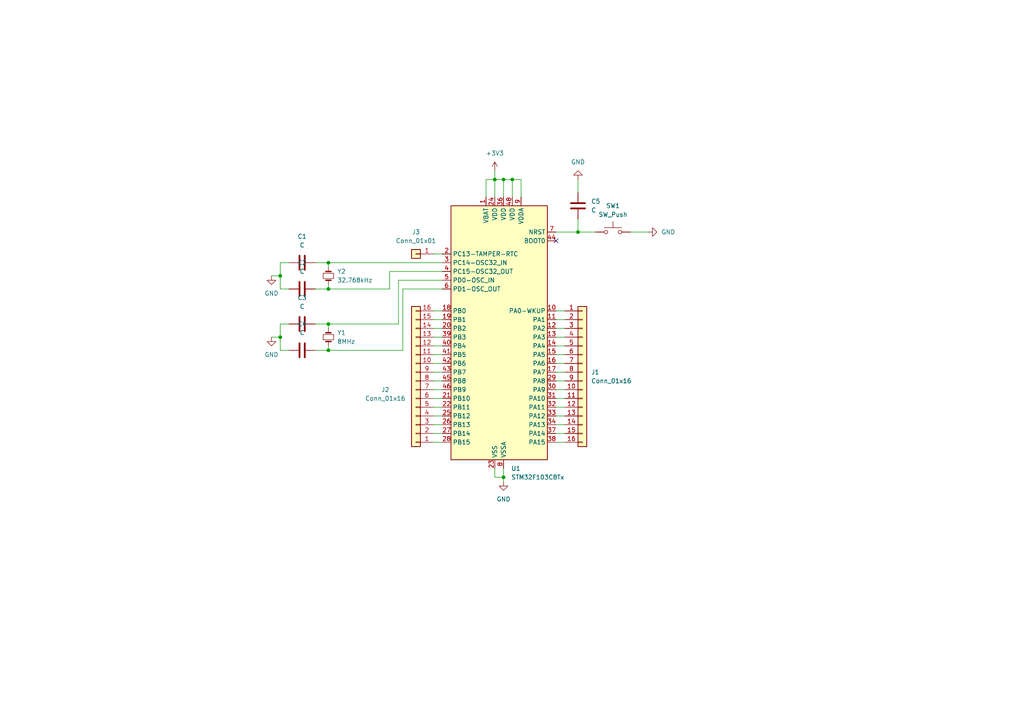
<source format=kicad_sch>
(kicad_sch (version 20230121) (generator eeschema)

  (uuid 4b79d56b-47f2-42f2-90de-ae4e96b83d40)

  (paper "A4")

  (lib_symbols
    (symbol "Connector_Generic:Conn_01x01" (pin_names (offset 1.016) hide) (in_bom yes) (on_board yes)
      (property "Reference" "J" (at 0 2.54 0)
        (effects (font (size 1.27 1.27)))
      )
      (property "Value" "Conn_01x01" (at 0 -2.54 0)
        (effects (font (size 1.27 1.27)))
      )
      (property "Footprint" "" (at 0 0 0)
        (effects (font (size 1.27 1.27)) hide)
      )
      (property "Datasheet" "~" (at 0 0 0)
        (effects (font (size 1.27 1.27)) hide)
      )
      (property "ki_keywords" "connector" (at 0 0 0)
        (effects (font (size 1.27 1.27)) hide)
      )
      (property "ki_description" "Generic connector, single row, 01x01, script generated (kicad-library-utils/schlib/autogen/connector/)" (at 0 0 0)
        (effects (font (size 1.27 1.27)) hide)
      )
      (property "ki_fp_filters" "Connector*:*_1x??_*" (at 0 0 0)
        (effects (font (size 1.27 1.27)) hide)
      )
      (symbol "Conn_01x01_1_1"
        (rectangle (start -1.27 0.127) (end 0 -0.127)
          (stroke (width 0.1524) (type default))
          (fill (type none))
        )
        (rectangle (start -1.27 1.27) (end 1.27 -1.27)
          (stroke (width 0.254) (type default))
          (fill (type background))
        )
        (pin passive line (at -5.08 0 0) (length 3.81)
          (name "Pin_1" (effects (font (size 1.27 1.27))))
          (number "1" (effects (font (size 1.27 1.27))))
        )
      )
    )
    (symbol "Connector_Generic:Conn_01x16" (pin_names (offset 1.016) hide) (in_bom yes) (on_board yes)
      (property "Reference" "J" (at 0 20.32 0)
        (effects (font (size 1.27 1.27)))
      )
      (property "Value" "Conn_01x16" (at 0 -22.86 0)
        (effects (font (size 1.27 1.27)))
      )
      (property "Footprint" "" (at 0 0 0)
        (effects (font (size 1.27 1.27)) hide)
      )
      (property "Datasheet" "~" (at 0 0 0)
        (effects (font (size 1.27 1.27)) hide)
      )
      (property "ki_keywords" "connector" (at 0 0 0)
        (effects (font (size 1.27 1.27)) hide)
      )
      (property "ki_description" "Generic connector, single row, 01x16, script generated (kicad-library-utils/schlib/autogen/connector/)" (at 0 0 0)
        (effects (font (size 1.27 1.27)) hide)
      )
      (property "ki_fp_filters" "Connector*:*_1x??_*" (at 0 0 0)
        (effects (font (size 1.27 1.27)) hide)
      )
      (symbol "Conn_01x16_1_1"
        (rectangle (start -1.27 -20.193) (end 0 -20.447)
          (stroke (width 0.1524) (type default))
          (fill (type none))
        )
        (rectangle (start -1.27 -17.653) (end 0 -17.907)
          (stroke (width 0.1524) (type default))
          (fill (type none))
        )
        (rectangle (start -1.27 -15.113) (end 0 -15.367)
          (stroke (width 0.1524) (type default))
          (fill (type none))
        )
        (rectangle (start -1.27 -12.573) (end 0 -12.827)
          (stroke (width 0.1524) (type default))
          (fill (type none))
        )
        (rectangle (start -1.27 -10.033) (end 0 -10.287)
          (stroke (width 0.1524) (type default))
          (fill (type none))
        )
        (rectangle (start -1.27 -7.493) (end 0 -7.747)
          (stroke (width 0.1524) (type default))
          (fill (type none))
        )
        (rectangle (start -1.27 -4.953) (end 0 -5.207)
          (stroke (width 0.1524) (type default))
          (fill (type none))
        )
        (rectangle (start -1.27 -2.413) (end 0 -2.667)
          (stroke (width 0.1524) (type default))
          (fill (type none))
        )
        (rectangle (start -1.27 0.127) (end 0 -0.127)
          (stroke (width 0.1524) (type default))
          (fill (type none))
        )
        (rectangle (start -1.27 2.667) (end 0 2.413)
          (stroke (width 0.1524) (type default))
          (fill (type none))
        )
        (rectangle (start -1.27 5.207) (end 0 4.953)
          (stroke (width 0.1524) (type default))
          (fill (type none))
        )
        (rectangle (start -1.27 7.747) (end 0 7.493)
          (stroke (width 0.1524) (type default))
          (fill (type none))
        )
        (rectangle (start -1.27 10.287) (end 0 10.033)
          (stroke (width 0.1524) (type default))
          (fill (type none))
        )
        (rectangle (start -1.27 12.827) (end 0 12.573)
          (stroke (width 0.1524) (type default))
          (fill (type none))
        )
        (rectangle (start -1.27 15.367) (end 0 15.113)
          (stroke (width 0.1524) (type default))
          (fill (type none))
        )
        (rectangle (start -1.27 17.907) (end 0 17.653)
          (stroke (width 0.1524) (type default))
          (fill (type none))
        )
        (rectangle (start -1.27 19.05) (end 1.27 -21.59)
          (stroke (width 0.254) (type default))
          (fill (type background))
        )
        (pin passive line (at -5.08 17.78 0) (length 3.81)
          (name "Pin_1" (effects (font (size 1.27 1.27))))
          (number "1" (effects (font (size 1.27 1.27))))
        )
        (pin passive line (at -5.08 -5.08 0) (length 3.81)
          (name "Pin_10" (effects (font (size 1.27 1.27))))
          (number "10" (effects (font (size 1.27 1.27))))
        )
        (pin passive line (at -5.08 -7.62 0) (length 3.81)
          (name "Pin_11" (effects (font (size 1.27 1.27))))
          (number "11" (effects (font (size 1.27 1.27))))
        )
        (pin passive line (at -5.08 -10.16 0) (length 3.81)
          (name "Pin_12" (effects (font (size 1.27 1.27))))
          (number "12" (effects (font (size 1.27 1.27))))
        )
        (pin passive line (at -5.08 -12.7 0) (length 3.81)
          (name "Pin_13" (effects (font (size 1.27 1.27))))
          (number "13" (effects (font (size 1.27 1.27))))
        )
        (pin passive line (at -5.08 -15.24 0) (length 3.81)
          (name "Pin_14" (effects (font (size 1.27 1.27))))
          (number "14" (effects (font (size 1.27 1.27))))
        )
        (pin passive line (at -5.08 -17.78 0) (length 3.81)
          (name "Pin_15" (effects (font (size 1.27 1.27))))
          (number "15" (effects (font (size 1.27 1.27))))
        )
        (pin passive line (at -5.08 -20.32 0) (length 3.81)
          (name "Pin_16" (effects (font (size 1.27 1.27))))
          (number "16" (effects (font (size 1.27 1.27))))
        )
        (pin passive line (at -5.08 15.24 0) (length 3.81)
          (name "Pin_2" (effects (font (size 1.27 1.27))))
          (number "2" (effects (font (size 1.27 1.27))))
        )
        (pin passive line (at -5.08 12.7 0) (length 3.81)
          (name "Pin_3" (effects (font (size 1.27 1.27))))
          (number "3" (effects (font (size 1.27 1.27))))
        )
        (pin passive line (at -5.08 10.16 0) (length 3.81)
          (name "Pin_4" (effects (font (size 1.27 1.27))))
          (number "4" (effects (font (size 1.27 1.27))))
        )
        (pin passive line (at -5.08 7.62 0) (length 3.81)
          (name "Pin_5" (effects (font (size 1.27 1.27))))
          (number "5" (effects (font (size 1.27 1.27))))
        )
        (pin passive line (at -5.08 5.08 0) (length 3.81)
          (name "Pin_6" (effects (font (size 1.27 1.27))))
          (number "6" (effects (font (size 1.27 1.27))))
        )
        (pin passive line (at -5.08 2.54 0) (length 3.81)
          (name "Pin_7" (effects (font (size 1.27 1.27))))
          (number "7" (effects (font (size 1.27 1.27))))
        )
        (pin passive line (at -5.08 0 0) (length 3.81)
          (name "Pin_8" (effects (font (size 1.27 1.27))))
          (number "8" (effects (font (size 1.27 1.27))))
        )
        (pin passive line (at -5.08 -2.54 0) (length 3.81)
          (name "Pin_9" (effects (font (size 1.27 1.27))))
          (number "9" (effects (font (size 1.27 1.27))))
        )
      )
    )
    (symbol "Device:C" (pin_numbers hide) (pin_names (offset 0.254)) (in_bom yes) (on_board yes)
      (property "Reference" "C" (at 0.635 2.54 0)
        (effects (font (size 1.27 1.27)) (justify left))
      )
      (property "Value" "C" (at 0.635 -2.54 0)
        (effects (font (size 1.27 1.27)) (justify left))
      )
      (property "Footprint" "" (at 0.9652 -3.81 0)
        (effects (font (size 1.27 1.27)) hide)
      )
      (property "Datasheet" "~" (at 0 0 0)
        (effects (font (size 1.27 1.27)) hide)
      )
      (property "ki_keywords" "cap capacitor" (at 0 0 0)
        (effects (font (size 1.27 1.27)) hide)
      )
      (property "ki_description" "Unpolarized capacitor" (at 0 0 0)
        (effects (font (size 1.27 1.27)) hide)
      )
      (property "ki_fp_filters" "C_*" (at 0 0 0)
        (effects (font (size 1.27 1.27)) hide)
      )
      (symbol "C_0_1"
        (polyline
          (pts
            (xy -2.032 -0.762)
            (xy 2.032 -0.762)
          )
          (stroke (width 0.508) (type default))
          (fill (type none))
        )
        (polyline
          (pts
            (xy -2.032 0.762)
            (xy 2.032 0.762)
          )
          (stroke (width 0.508) (type default))
          (fill (type none))
        )
      )
      (symbol "C_1_1"
        (pin passive line (at 0 3.81 270) (length 2.794)
          (name "~" (effects (font (size 1.27 1.27))))
          (number "1" (effects (font (size 1.27 1.27))))
        )
        (pin passive line (at 0 -3.81 90) (length 2.794)
          (name "~" (effects (font (size 1.27 1.27))))
          (number "2" (effects (font (size 1.27 1.27))))
        )
      )
    )
    (symbol "Device:Crystal_Small" (pin_numbers hide) (pin_names (offset 1.016) hide) (in_bom yes) (on_board yes)
      (property "Reference" "Y" (at 0 2.54 0)
        (effects (font (size 1.27 1.27)))
      )
      (property "Value" "Crystal_Small" (at 0 -2.54 0)
        (effects (font (size 1.27 1.27)))
      )
      (property "Footprint" "" (at 0 0 0)
        (effects (font (size 1.27 1.27)) hide)
      )
      (property "Datasheet" "~" (at 0 0 0)
        (effects (font (size 1.27 1.27)) hide)
      )
      (property "ki_keywords" "quartz ceramic resonator oscillator" (at 0 0 0)
        (effects (font (size 1.27 1.27)) hide)
      )
      (property "ki_description" "Two pin crystal, small symbol" (at 0 0 0)
        (effects (font (size 1.27 1.27)) hide)
      )
      (property "ki_fp_filters" "Crystal*" (at 0 0 0)
        (effects (font (size 1.27 1.27)) hide)
      )
      (symbol "Crystal_Small_0_1"
        (rectangle (start -0.762 -1.524) (end 0.762 1.524)
          (stroke (width 0) (type default))
          (fill (type none))
        )
        (polyline
          (pts
            (xy -1.27 -0.762)
            (xy -1.27 0.762)
          )
          (stroke (width 0.381) (type default))
          (fill (type none))
        )
        (polyline
          (pts
            (xy 1.27 -0.762)
            (xy 1.27 0.762)
          )
          (stroke (width 0.381) (type default))
          (fill (type none))
        )
      )
      (symbol "Crystal_Small_1_1"
        (pin passive line (at -2.54 0 0) (length 1.27)
          (name "1" (effects (font (size 1.27 1.27))))
          (number "1" (effects (font (size 1.27 1.27))))
        )
        (pin passive line (at 2.54 0 180) (length 1.27)
          (name "2" (effects (font (size 1.27 1.27))))
          (number "2" (effects (font (size 1.27 1.27))))
        )
      )
    )
    (symbol "MCU_ST_STM32F1:STM32F103C8Tx" (in_bom yes) (on_board yes)
      (property "Reference" "U1" (at 4.7341 -38.1 0)
        (effects (font (size 1.27 1.27)) (justify left))
      )
      (property "Value" "STM32F103C8Tx" (at 4.7341 -40.64 0)
        (effects (font (size 1.27 1.27)) (justify left))
      )
      (property "Footprint" "Package_QFP:LQFP-48_7x7mm_P0.5mm" (at -12.7 -35.56 0)
        (effects (font (size 1.27 1.27)) (justify right) hide)
      )
      (property "Datasheet" "https://www.st.com/resource/en/datasheet/stm32f103c8.pdf" (at 0 0 0)
        (effects (font (size 1.27 1.27)) hide)
      )
      (property "ki_locked" "" (at 0 0 0)
        (effects (font (size 1.27 1.27)))
      )
      (property "ki_keywords" "Arm Cortex-M3 STM32F1 STM32F103" (at 0 0 0)
        (effects (font (size 1.27 1.27)) hide)
      )
      (property "ki_description" "STMicroelectronics Arm Cortex-M3 MCU, 64KB flash, 20KB RAM, 72 MHz, 2.0-3.6V, 37 GPIO, LQFP48" (at 0 0 0)
        (effects (font (size 1.27 1.27)) hide)
      )
      (property "ki_fp_filters" "LQFP*7x7mm*P0.5mm*" (at 0 0 0)
        (effects (font (size 1.27 1.27)) hide)
      )
      (symbol "STM32F103C8Tx_0_1"
        (rectangle (start -12.7 38.1) (end 15.24 -35.56)
          (stroke (width 0.254) (type default))
          (fill (type background))
        )
      )
      (symbol "STM32F103C8Tx_1_1"
        (pin power_in line (at -2.54 40.64 270) (length 2.54)
          (name "VBAT" (effects (font (size 1.27 1.27))))
          (number "1" (effects (font (size 1.27 1.27))))
        )
        (pin bidirectional line (at 17.78 7.62 180) (length 2.54)
          (name "PA0-WKUP" (effects (font (size 1.27 1.27))))
          (number "10" (effects (font (size 1.27 1.27))))
          (alternate "ADC1_IN0" bidirectional line)
          (alternate "ADC2_IN0" bidirectional line)
          (alternate "SYS_WKUP" bidirectional line)
          (alternate "TIM2_CH1" bidirectional line)
          (alternate "TIM2_ETR" bidirectional line)
          (alternate "USART2_CTS" bidirectional line)
        )
        (pin bidirectional line (at 17.78 5.08 180) (length 2.54)
          (name "PA1" (effects (font (size 1.27 1.27))))
          (number "11" (effects (font (size 1.27 1.27))))
          (alternate "ADC1_IN1" bidirectional line)
          (alternate "ADC2_IN1" bidirectional line)
          (alternate "TIM2_CH2" bidirectional line)
          (alternate "USART2_RTS" bidirectional line)
        )
        (pin bidirectional line (at 17.78 2.54 180) (length 2.54)
          (name "PA2" (effects (font (size 1.27 1.27))))
          (number "12" (effects (font (size 1.27 1.27))))
          (alternate "ADC1_IN2" bidirectional line)
          (alternate "ADC2_IN2" bidirectional line)
          (alternate "TIM2_CH3" bidirectional line)
          (alternate "USART2_TX" bidirectional line)
        )
        (pin bidirectional line (at 17.78 0 180) (length 2.54)
          (name "PA3" (effects (font (size 1.27 1.27))))
          (number "13" (effects (font (size 1.27 1.27))))
          (alternate "ADC1_IN3" bidirectional line)
          (alternate "ADC2_IN3" bidirectional line)
          (alternate "TIM2_CH4" bidirectional line)
          (alternate "USART2_RX" bidirectional line)
        )
        (pin bidirectional line (at 17.78 -2.54 180) (length 2.54)
          (name "PA4" (effects (font (size 1.27 1.27))))
          (number "14" (effects (font (size 1.27 1.27))))
          (alternate "ADC1_IN4" bidirectional line)
          (alternate "ADC2_IN4" bidirectional line)
          (alternate "SPI1_NSS" bidirectional line)
          (alternate "USART2_CK" bidirectional line)
        )
        (pin bidirectional line (at 17.78 -5.08 180) (length 2.54)
          (name "PA5" (effects (font (size 1.27 1.27))))
          (number "15" (effects (font (size 1.27 1.27))))
          (alternate "ADC1_IN5" bidirectional line)
          (alternate "ADC2_IN5" bidirectional line)
          (alternate "SPI1_SCK" bidirectional line)
        )
        (pin bidirectional line (at 17.78 -7.62 180) (length 2.54)
          (name "PA6" (effects (font (size 1.27 1.27))))
          (number "16" (effects (font (size 1.27 1.27))))
          (alternate "ADC1_IN6" bidirectional line)
          (alternate "ADC2_IN6" bidirectional line)
          (alternate "SPI1_MISO" bidirectional line)
          (alternate "TIM1_BKIN" bidirectional line)
          (alternate "TIM3_CH1" bidirectional line)
        )
        (pin bidirectional line (at 17.78 -10.16 180) (length 2.54)
          (name "PA7" (effects (font (size 1.27 1.27))))
          (number "17" (effects (font (size 1.27 1.27))))
          (alternate "ADC1_IN7" bidirectional line)
          (alternate "ADC2_IN7" bidirectional line)
          (alternate "SPI1_MOSI" bidirectional line)
          (alternate "TIM1_CH1N" bidirectional line)
          (alternate "TIM3_CH2" bidirectional line)
        )
        (pin bidirectional line (at -15.24 7.62 0) (length 2.54)
          (name "PB0" (effects (font (size 1.27 1.27))))
          (number "18" (effects (font (size 1.27 1.27))))
          (alternate "ADC1_IN8" bidirectional line)
          (alternate "ADC2_IN8" bidirectional line)
          (alternate "TIM1_CH2N" bidirectional line)
          (alternate "TIM3_CH3" bidirectional line)
        )
        (pin bidirectional line (at -15.24 5.08 0) (length 2.54)
          (name "PB1" (effects (font (size 1.27 1.27))))
          (number "19" (effects (font (size 1.27 1.27))))
          (alternate "ADC1_IN9" bidirectional line)
          (alternate "ADC2_IN9" bidirectional line)
          (alternate "TIM1_CH3N" bidirectional line)
          (alternate "TIM3_CH4" bidirectional line)
        )
        (pin bidirectional line (at -15.24 24.13 0) (length 2.54)
          (name "PC13-TAMPER-RTC" (effects (font (size 1.27 1.27))))
          (number "2" (effects (font (size 1.27 1.27))))
          (alternate "RTC_OUT" bidirectional line)
          (alternate "RTC_TAMPER" bidirectional line)
        )
        (pin bidirectional line (at -15.24 2.54 0) (length 2.54)
          (name "PB2" (effects (font (size 1.27 1.27))))
          (number "20" (effects (font (size 1.27 1.27))))
        )
        (pin bidirectional line (at -15.24 -17.78 0) (length 2.54)
          (name "PB10" (effects (font (size 1.27 1.27))))
          (number "21" (effects (font (size 1.27 1.27))))
          (alternate "I2C2_SCL" bidirectional line)
          (alternate "TIM2_CH3" bidirectional line)
          (alternate "USART3_TX" bidirectional line)
        )
        (pin bidirectional line (at -15.24 -20.32 0) (length 2.54)
          (name "PB11" (effects (font (size 1.27 1.27))))
          (number "22" (effects (font (size 1.27 1.27))))
          (alternate "ADC1_EXTI11" bidirectional line)
          (alternate "ADC2_EXTI11" bidirectional line)
          (alternate "I2C2_SDA" bidirectional line)
          (alternate "TIM2_CH4" bidirectional line)
          (alternate "USART3_RX" bidirectional line)
        )
        (pin power_in line (at 0 -38.1 90) (length 2.54)
          (name "VSS" (effects (font (size 1.27 1.27))))
          (number "23" (effects (font (size 1.27 1.27))))
        )
        (pin power_in line (at 0 40.64 270) (length 2.54)
          (name "VDD" (effects (font (size 1.27 1.27))))
          (number "24" (effects (font (size 1.27 1.27))))
        )
        (pin bidirectional line (at -15.24 -22.86 0) (length 2.54)
          (name "PB12" (effects (font (size 1.27 1.27))))
          (number "25" (effects (font (size 1.27 1.27))))
          (alternate "I2C2_SMBA" bidirectional line)
          (alternate "SPI2_NSS" bidirectional line)
          (alternate "TIM1_BKIN" bidirectional line)
          (alternate "USART3_CK" bidirectional line)
        )
        (pin bidirectional line (at -15.24 -25.4 0) (length 2.54)
          (name "PB13" (effects (font (size 1.27 1.27))))
          (number "26" (effects (font (size 1.27 1.27))))
          (alternate "SPI2_SCK" bidirectional line)
          (alternate "TIM1_CH1N" bidirectional line)
          (alternate "USART3_CTS" bidirectional line)
        )
        (pin bidirectional line (at -15.24 -27.94 0) (length 2.54)
          (name "PB14" (effects (font (size 1.27 1.27))))
          (number "27" (effects (font (size 1.27 1.27))))
          (alternate "SPI2_MISO" bidirectional line)
          (alternate "TIM1_CH2N" bidirectional line)
          (alternate "USART3_RTS" bidirectional line)
        )
        (pin bidirectional line (at -15.24 -30.48 0) (length 2.54)
          (name "PB15" (effects (font (size 1.27 1.27))))
          (number "28" (effects (font (size 1.27 1.27))))
          (alternate "ADC1_EXTI15" bidirectional line)
          (alternate "ADC2_EXTI15" bidirectional line)
          (alternate "SPI2_MOSI" bidirectional line)
          (alternate "TIM1_CH3N" bidirectional line)
        )
        (pin bidirectional line (at 17.78 -12.7 180) (length 2.54)
          (name "PA8" (effects (font (size 1.27 1.27))))
          (number "29" (effects (font (size 1.27 1.27))))
          (alternate "RCC_MCO" bidirectional line)
          (alternate "TIM1_CH1" bidirectional line)
          (alternate "USART1_CK" bidirectional line)
        )
        (pin bidirectional line (at -15.24 21.59 0) (length 2.54)
          (name "PC14-OSC32_IN" (effects (font (size 1.27 1.27))))
          (number "3" (effects (font (size 1.27 1.27))))
          (alternate "RCC_OSC32_IN" bidirectional line)
        )
        (pin bidirectional line (at 17.78 -15.24 180) (length 2.54)
          (name "PA9" (effects (font (size 1.27 1.27))))
          (number "30" (effects (font (size 1.27 1.27))))
          (alternate "TIM1_CH2" bidirectional line)
          (alternate "USART1_TX" bidirectional line)
        )
        (pin bidirectional line (at 17.78 -17.78 180) (length 2.54)
          (name "PA10" (effects (font (size 1.27 1.27))))
          (number "31" (effects (font (size 1.27 1.27))))
          (alternate "TIM1_CH3" bidirectional line)
          (alternate "USART1_RX" bidirectional line)
        )
        (pin bidirectional line (at 17.78 -20.32 180) (length 2.54)
          (name "PA11" (effects (font (size 1.27 1.27))))
          (number "32" (effects (font (size 1.27 1.27))))
          (alternate "ADC1_EXTI11" bidirectional line)
          (alternate "ADC2_EXTI11" bidirectional line)
          (alternate "CAN_RX" bidirectional line)
          (alternate "TIM1_CH4" bidirectional line)
          (alternate "USART1_CTS" bidirectional line)
          (alternate "USB_DM" bidirectional line)
        )
        (pin bidirectional line (at 17.78 -22.86 180) (length 2.54)
          (name "PA12" (effects (font (size 1.27 1.27))))
          (number "33" (effects (font (size 1.27 1.27))))
          (alternate "CAN_TX" bidirectional line)
          (alternate "TIM1_ETR" bidirectional line)
          (alternate "USART1_RTS" bidirectional line)
          (alternate "USB_DP" bidirectional line)
        )
        (pin bidirectional line (at 17.78 -25.4 180) (length 2.54)
          (name "PA13" (effects (font (size 1.27 1.27))))
          (number "34" (effects (font (size 1.27 1.27))))
          (alternate "SYS_JTMS-SWDIO" bidirectional line)
        )
        (pin passive line (at 0 -38.1 90) (length 2.54) hide
          (name "VSS" (effects (font (size 1.27 1.27))))
          (number "35" (effects (font (size 1.27 1.27))))
        )
        (pin power_in line (at 2.54 40.64 270) (length 2.54)
          (name "VDD" (effects (font (size 1.27 1.27))))
          (number "36" (effects (font (size 1.27 1.27))))
        )
        (pin bidirectional line (at 17.78 -27.94 180) (length 2.54)
          (name "PA14" (effects (font (size 1.27 1.27))))
          (number "37" (effects (font (size 1.27 1.27))))
          (alternate "SYS_JTCK-SWCLK" bidirectional line)
        )
        (pin bidirectional line (at 17.78 -30.48 180) (length 2.54)
          (name "PA15" (effects (font (size 1.27 1.27))))
          (number "38" (effects (font (size 1.27 1.27))))
          (alternate "ADC1_EXTI15" bidirectional line)
          (alternate "ADC2_EXTI15" bidirectional line)
          (alternate "SPI1_NSS" bidirectional line)
          (alternate "SYS_JTDI" bidirectional line)
          (alternate "TIM2_CH1" bidirectional line)
          (alternate "TIM2_ETR" bidirectional line)
        )
        (pin bidirectional line (at -15.24 0 0) (length 2.54)
          (name "PB3" (effects (font (size 1.27 1.27))))
          (number "39" (effects (font (size 1.27 1.27))))
          (alternate "SPI1_SCK" bidirectional line)
          (alternate "SYS_JTDO-TRACESWO" bidirectional line)
          (alternate "TIM2_CH2" bidirectional line)
        )
        (pin bidirectional line (at -15.24 19.05 0) (length 2.54)
          (name "PC15-OSC32_OUT" (effects (font (size 1.27 1.27))))
          (number "4" (effects (font (size 1.27 1.27))))
          (alternate "ADC1_EXTI15" bidirectional line)
          (alternate "ADC2_EXTI15" bidirectional line)
          (alternate "RCC_OSC32_OUT" bidirectional line)
        )
        (pin bidirectional line (at -15.24 -2.54 0) (length 2.54)
          (name "PB4" (effects (font (size 1.27 1.27))))
          (number "40" (effects (font (size 1.27 1.27))))
          (alternate "SPI1_MISO" bidirectional line)
          (alternate "SYS_NJTRST" bidirectional line)
          (alternate "TIM3_CH1" bidirectional line)
        )
        (pin bidirectional line (at -15.24 -5.08 0) (length 2.54)
          (name "PB5" (effects (font (size 1.27 1.27))))
          (number "41" (effects (font (size 1.27 1.27))))
          (alternate "I2C1_SMBA" bidirectional line)
          (alternate "SPI1_MOSI" bidirectional line)
          (alternate "TIM3_CH2" bidirectional line)
        )
        (pin bidirectional line (at -15.24 -7.62 0) (length 2.54)
          (name "PB6" (effects (font (size 1.27 1.27))))
          (number "42" (effects (font (size 1.27 1.27))))
          (alternate "I2C1_SCL" bidirectional line)
          (alternate "TIM4_CH1" bidirectional line)
          (alternate "USART1_TX" bidirectional line)
        )
        (pin bidirectional line (at -15.24 -10.16 0) (length 2.54)
          (name "PB7" (effects (font (size 1.27 1.27))))
          (number "43" (effects (font (size 1.27 1.27))))
          (alternate "I2C1_SDA" bidirectional line)
          (alternate "TIM4_CH2" bidirectional line)
          (alternate "USART1_RX" bidirectional line)
        )
        (pin input line (at 17.78 27.94 180) (length 2.54)
          (name "BOOT0" (effects (font (size 1.27 1.27))))
          (number "44" (effects (font (size 1.27 1.27))))
        )
        (pin bidirectional line (at -15.24 -12.7 0) (length 2.54)
          (name "PB8" (effects (font (size 1.27 1.27))))
          (number "45" (effects (font (size 1.27 1.27))))
          (alternate "CAN_RX" bidirectional line)
          (alternate "I2C1_SCL" bidirectional line)
          (alternate "TIM4_CH3" bidirectional line)
        )
        (pin bidirectional line (at -15.24 -15.24 0) (length 2.54)
          (name "PB9" (effects (font (size 1.27 1.27))))
          (number "46" (effects (font (size 1.27 1.27))))
          (alternate "CAN_TX" bidirectional line)
          (alternate "I2C1_SDA" bidirectional line)
          (alternate "TIM4_CH4" bidirectional line)
        )
        (pin passive line (at 0 -38.1 90) (length 2.54) hide
          (name "VSS" (effects (font (size 1.27 1.27))))
          (number "47" (effects (font (size 1.27 1.27))))
        )
        (pin power_in line (at 5.08 40.64 270) (length 2.54)
          (name "VDD" (effects (font (size 1.27 1.27))))
          (number "48" (effects (font (size 1.27 1.27))))
        )
        (pin bidirectional line (at -15.24 16.51 0) (length 2.54)
          (name "PD0-OSC_IN" (effects (font (size 1.27 1.27))))
          (number "5" (effects (font (size 1.27 1.27))))
          (alternate "RCC_OSC_IN" bidirectional line)
        )
        (pin bidirectional line (at -15.24 13.97 0) (length 2.54)
          (name "PD1-OSC_OUT" (effects (font (size 1.27 1.27))))
          (number "6" (effects (font (size 1.27 1.27))))
          (alternate "RCC_OSC_OUT" bidirectional line)
        )
        (pin input line (at 17.78 30.48 180) (length 2.54)
          (name "NRST" (effects (font (size 1.27 1.27))))
          (number "7" (effects (font (size 1.27 1.27))))
        )
        (pin power_in line (at 2.54 -38.1 90) (length 2.54)
          (name "VSSA" (effects (font (size 1.27 1.27))))
          (number "8" (effects (font (size 1.27 1.27))))
        )
        (pin power_in line (at 7.62 40.64 270) (length 2.54)
          (name "VDDA" (effects (font (size 1.27 1.27))))
          (number "9" (effects (font (size 1.27 1.27))))
        )
      )
    )
    (symbol "Switch:SW_Push" (pin_numbers hide) (pin_names (offset 1.016) hide) (in_bom yes) (on_board yes)
      (property "Reference" "SW" (at 1.27 2.54 0)
        (effects (font (size 1.27 1.27)) (justify left))
      )
      (property "Value" "SW_Push" (at 0 -1.524 0)
        (effects (font (size 1.27 1.27)))
      )
      (property "Footprint" "" (at 0 5.08 0)
        (effects (font (size 1.27 1.27)) hide)
      )
      (property "Datasheet" "~" (at 0 5.08 0)
        (effects (font (size 1.27 1.27)) hide)
      )
      (property "ki_keywords" "switch normally-open pushbutton push-button" (at 0 0 0)
        (effects (font (size 1.27 1.27)) hide)
      )
      (property "ki_description" "Push button switch, generic, two pins" (at 0 0 0)
        (effects (font (size 1.27 1.27)) hide)
      )
      (symbol "SW_Push_0_1"
        (circle (center -2.032 0) (radius 0.508)
          (stroke (width 0) (type default))
          (fill (type none))
        )
        (polyline
          (pts
            (xy 0 1.27)
            (xy 0 3.048)
          )
          (stroke (width 0) (type default))
          (fill (type none))
        )
        (polyline
          (pts
            (xy 2.54 1.27)
            (xy -2.54 1.27)
          )
          (stroke (width 0) (type default))
          (fill (type none))
        )
        (circle (center 2.032 0) (radius 0.508)
          (stroke (width 0) (type default))
          (fill (type none))
        )
        (pin passive line (at -5.08 0 0) (length 2.54)
          (name "1" (effects (font (size 1.27 1.27))))
          (number "1" (effects (font (size 1.27 1.27))))
        )
        (pin passive line (at 5.08 0 180) (length 2.54)
          (name "2" (effects (font (size 1.27 1.27))))
          (number "2" (effects (font (size 1.27 1.27))))
        )
      )
    )
    (symbol "power:+3V3" (power) (pin_names (offset 0)) (in_bom yes) (on_board yes)
      (property "Reference" "#PWR" (at 0 -3.81 0)
        (effects (font (size 1.27 1.27)) hide)
      )
      (property "Value" "+3V3" (at 0 3.556 0)
        (effects (font (size 1.27 1.27)))
      )
      (property "Footprint" "" (at 0 0 0)
        (effects (font (size 1.27 1.27)) hide)
      )
      (property "Datasheet" "" (at 0 0 0)
        (effects (font (size 1.27 1.27)) hide)
      )
      (property "ki_keywords" "global power" (at 0 0 0)
        (effects (font (size 1.27 1.27)) hide)
      )
      (property "ki_description" "Power symbol creates a global label with name \"+3V3\"" (at 0 0 0)
        (effects (font (size 1.27 1.27)) hide)
      )
      (symbol "+3V3_0_1"
        (polyline
          (pts
            (xy -0.762 1.27)
            (xy 0 2.54)
          )
          (stroke (width 0) (type default))
          (fill (type none))
        )
        (polyline
          (pts
            (xy 0 0)
            (xy 0 2.54)
          )
          (stroke (width 0) (type default))
          (fill (type none))
        )
        (polyline
          (pts
            (xy 0 2.54)
            (xy 0.762 1.27)
          )
          (stroke (width 0) (type default))
          (fill (type none))
        )
      )
      (symbol "+3V3_1_1"
        (pin power_in line (at 0 0 90) (length 0) hide
          (name "+3V3" (effects (font (size 1.27 1.27))))
          (number "1" (effects (font (size 1.27 1.27))))
        )
      )
    )
    (symbol "power:GND" (power) (pin_names (offset 0)) (in_bom yes) (on_board yes)
      (property "Reference" "#PWR" (at 0 -6.35 0)
        (effects (font (size 1.27 1.27)) hide)
      )
      (property "Value" "GND" (at 0 -3.81 0)
        (effects (font (size 1.27 1.27)))
      )
      (property "Footprint" "" (at 0 0 0)
        (effects (font (size 1.27 1.27)) hide)
      )
      (property "Datasheet" "" (at 0 0 0)
        (effects (font (size 1.27 1.27)) hide)
      )
      (property "ki_keywords" "global power" (at 0 0 0)
        (effects (font (size 1.27 1.27)) hide)
      )
      (property "ki_description" "Power symbol creates a global label with name \"GND\" , ground" (at 0 0 0)
        (effects (font (size 1.27 1.27)) hide)
      )
      (symbol "GND_0_1"
        (polyline
          (pts
            (xy 0 0)
            (xy 0 -1.27)
            (xy 1.27 -1.27)
            (xy 0 -2.54)
            (xy -1.27 -1.27)
            (xy 0 -1.27)
          )
          (stroke (width 0) (type default))
          (fill (type none))
        )
      )
      (symbol "GND_1_1"
        (pin power_in line (at 0 0 270) (length 0) hide
          (name "GND" (effects (font (size 1.27 1.27))))
          (number "1" (effects (font (size 1.27 1.27))))
        )
      )
    )
  )

  (junction (at 148.59 52.07) (diameter 0) (color 0 0 0 0)
    (uuid 0061d93b-c65f-445c-bf94-a4104bfefec6)
  )
  (junction (at 146.05 52.07) (diameter 0) (color 0 0 0 0)
    (uuid 0c6ddf9b-0c7c-4a87-ad85-62e8921c430c)
  )
  (junction (at 167.64 67.31) (diameter 0) (color 0 0 0 0)
    (uuid 3b3b85cd-95ed-4b05-943d-747fdf59ec5b)
  )
  (junction (at 143.51 52.07) (diameter 0) (color 0 0 0 0)
    (uuid 3ef1a8dc-de7e-4d5d-83e6-a91e7aabab02)
  )
  (junction (at 146.05 138.43) (diameter 0) (color 0 0 0 0)
    (uuid 86fc4988-9338-42f4-a6b7-090a8ac1b455)
  )
  (junction (at 95.25 83.82) (diameter 0) (color 0 0 0 0)
    (uuid 8a640e54-4ce7-4a76-83d5-ba8898c1dee7)
  )
  (junction (at 95.25 76.2) (diameter 0) (color 0 0 0 0)
    (uuid a199c080-cd38-44be-a071-b9d65f458aff)
  )
  (junction (at 95.25 101.6) (diameter 0) (color 0 0 0 0)
    (uuid bf732bb2-fb00-4bb7-bee5-1569e562498f)
  )
  (junction (at 81.28 80.01) (diameter 0) (color 0 0 0 0)
    (uuid f487f0e2-688a-4cae-9c29-3f73c426ee4e)
  )
  (junction (at 81.28 97.79) (diameter 0) (color 0 0 0 0)
    (uuid ff6f86a6-acc2-4187-aa8d-15c2256c47a5)
  )
  (junction (at 95.25 93.98) (diameter 0) (color 0 0 0 0)
    (uuid ffb63aac-79ad-42fe-8d84-4e0fe5dac6dd)
  )

  (no_connect (at 161.29 69.85) (uuid ed7cfd46-bd92-49ef-8d6d-663473c6279c))

  (wire (pts (xy 143.51 49.53) (xy 143.51 52.07))
    (stroke (width 0) (type default))
    (uuid 082fb19f-b84f-4932-b2b9-e8f7be2c62e3)
  )
  (wire (pts (xy 125.73 100.33) (xy 128.27 100.33))
    (stroke (width 0) (type default))
    (uuid 15e83759-78c2-4259-a92a-83f1b7894fef)
  )
  (wire (pts (xy 125.73 125.73) (xy 128.27 125.73))
    (stroke (width 0) (type default))
    (uuid 19b15176-7a4d-47be-8ad0-0405d327dd57)
  )
  (wire (pts (xy 161.29 125.73) (xy 163.83 125.73))
    (stroke (width 0) (type default))
    (uuid 1a0a0618-ce35-4a79-97e3-4689ec76b351)
  )
  (wire (pts (xy 182.88 67.31) (xy 187.96 67.31))
    (stroke (width 0) (type default))
    (uuid 239cf31b-8c0f-4436-b805-7076e110b562)
  )
  (wire (pts (xy 143.51 138.43) (xy 146.05 138.43))
    (stroke (width 0) (type default))
    (uuid 28c8870e-68bf-4827-a846-0f1e97d50b29)
  )
  (wire (pts (xy 95.25 93.98) (xy 115.57 93.98))
    (stroke (width 0) (type default))
    (uuid 28fd394f-8153-40d3-9d70-6baeaa5503d9)
  )
  (wire (pts (xy 125.73 110.49) (xy 128.27 110.49))
    (stroke (width 0) (type default))
    (uuid 29c7ed4a-b070-48f7-818e-139d57702b9f)
  )
  (wire (pts (xy 125.73 120.65) (xy 128.27 120.65))
    (stroke (width 0) (type default))
    (uuid 2a227f89-e014-4ff0-abed-42b743860c5b)
  )
  (wire (pts (xy 125.73 97.79) (xy 128.27 97.79))
    (stroke (width 0) (type default))
    (uuid 2a943276-80f2-4cd5-8bc5-250e5b29296d)
  )
  (wire (pts (xy 161.29 100.33) (xy 163.83 100.33))
    (stroke (width 0) (type default))
    (uuid 2b91c932-0365-44fd-b825-d7a4fa679709)
  )
  (wire (pts (xy 161.29 107.95) (xy 163.83 107.95))
    (stroke (width 0) (type default))
    (uuid 2f0de085-ef35-4d2d-88a0-7e42aae84f97)
  )
  (wire (pts (xy 113.03 78.74) (xy 113.03 83.82))
    (stroke (width 0) (type default))
    (uuid 3116bf83-cd11-42e7-bd5f-9d0aa4e4ed45)
  )
  (wire (pts (xy 91.44 83.82) (xy 95.25 83.82))
    (stroke (width 0) (type default))
    (uuid 3a6b7ff6-eba2-4291-85d9-7851c624fe53)
  )
  (wire (pts (xy 151.13 57.15) (xy 151.13 52.07))
    (stroke (width 0) (type default))
    (uuid 3e2f69cd-b8d2-49b7-8a3a-2808125473d8)
  )
  (wire (pts (xy 161.29 110.49) (xy 163.83 110.49))
    (stroke (width 0) (type default))
    (uuid 3fd2e794-38a0-4d0e-ab41-4fd3b2543269)
  )
  (wire (pts (xy 146.05 52.07) (xy 148.59 52.07))
    (stroke (width 0) (type default))
    (uuid 4212d0a9-7224-4da2-aff0-35de00d553d1)
  )
  (wire (pts (xy 146.05 135.89) (xy 146.05 138.43))
    (stroke (width 0) (type default))
    (uuid 42813c40-052c-44e4-b6b1-ca58f04dc175)
  )
  (wire (pts (xy 125.73 118.11) (xy 128.27 118.11))
    (stroke (width 0) (type default))
    (uuid 43e665dc-ea8f-4204-8f0f-c5001602bf91)
  )
  (wire (pts (xy 81.28 80.01) (xy 81.28 83.82))
    (stroke (width 0) (type default))
    (uuid 45313a10-b54c-4205-bd22-10ef9350f51a)
  )
  (wire (pts (xy 143.51 135.89) (xy 143.51 138.43))
    (stroke (width 0) (type default))
    (uuid 485550f0-8d07-444d-b52f-8355e48f3402)
  )
  (wire (pts (xy 125.73 113.03) (xy 128.27 113.03))
    (stroke (width 0) (type default))
    (uuid 4c106a53-6128-460b-ac64-3a22897bbf38)
  )
  (wire (pts (xy 116.84 83.82) (xy 128.27 83.82))
    (stroke (width 0) (type default))
    (uuid 4d79cc9c-1d7f-452c-a078-5f5f6fed75d6)
  )
  (wire (pts (xy 125.73 105.41) (xy 128.27 105.41))
    (stroke (width 0) (type default))
    (uuid 4fbce84e-777f-471b-a84e-838ede278189)
  )
  (wire (pts (xy 83.82 76.2) (xy 81.28 76.2))
    (stroke (width 0) (type default))
    (uuid 5bc0a0bd-edb9-4ded-bedd-a2ccb1c66f39)
  )
  (wire (pts (xy 128.27 78.74) (xy 113.03 78.74))
    (stroke (width 0) (type default))
    (uuid 5cb3092c-a171-4857-a334-87764f9217ab)
  )
  (wire (pts (xy 95.25 76.2) (xy 128.27 76.2))
    (stroke (width 0) (type default))
    (uuid 5f001c67-1fac-4620-8ab4-8fdc1f41dc27)
  )
  (wire (pts (xy 95.25 101.6) (xy 116.84 101.6))
    (stroke (width 0) (type default))
    (uuid 6b5527a6-4e91-4f85-af9c-932af4c2272e)
  )
  (wire (pts (xy 146.05 138.43) (xy 146.05 139.7))
    (stroke (width 0) (type default))
    (uuid 722812bf-3263-4c0f-ab74-01258f0f23ba)
  )
  (wire (pts (xy 91.44 93.98) (xy 95.25 93.98))
    (stroke (width 0) (type default))
    (uuid 76a671ef-7fde-4dab-9b77-b29ca08ad1cb)
  )
  (wire (pts (xy 95.25 93.98) (xy 95.25 95.25))
    (stroke (width 0) (type default))
    (uuid 76aeb59a-5ff7-4e0a-acdd-a634ade7fe0e)
  )
  (wire (pts (xy 125.73 128.27) (xy 128.27 128.27))
    (stroke (width 0) (type default))
    (uuid 80874a19-4f68-4113-9a81-902150706fe4)
  )
  (wire (pts (xy 161.29 120.65) (xy 163.83 120.65))
    (stroke (width 0) (type default))
    (uuid 81913b28-5fb6-472e-ab0e-aa07aba1681c)
  )
  (wire (pts (xy 95.25 82.55) (xy 95.25 83.82))
    (stroke (width 0) (type default))
    (uuid 857dfd95-789c-4376-9c94-71bf31990f0a)
  )
  (wire (pts (xy 161.29 92.71) (xy 163.83 92.71))
    (stroke (width 0) (type default))
    (uuid 895d2a85-cc25-4ee9-a84f-f2509839281c)
  )
  (wire (pts (xy 81.28 83.82) (xy 83.82 83.82))
    (stroke (width 0) (type default))
    (uuid 8ce323c8-07fd-4492-98d6-6e938035dc6e)
  )
  (wire (pts (xy 161.29 105.41) (xy 163.83 105.41))
    (stroke (width 0) (type default))
    (uuid 92141470-0411-4666-bd38-53e229097464)
  )
  (wire (pts (xy 125.73 107.95) (xy 128.27 107.95))
    (stroke (width 0) (type default))
    (uuid 93211c12-59e1-4682-821c-e3da759dc47c)
  )
  (wire (pts (xy 161.29 102.87) (xy 163.83 102.87))
    (stroke (width 0) (type default))
    (uuid 946f8068-dda2-4218-b0f0-9f51026e536b)
  )
  (wire (pts (xy 95.25 83.82) (xy 113.03 83.82))
    (stroke (width 0) (type default))
    (uuid 94daa2b3-b5cc-4e6d-9abc-e776c8841283)
  )
  (wire (pts (xy 91.44 76.2) (xy 95.25 76.2))
    (stroke (width 0) (type default))
    (uuid 965db0e8-21f8-4093-bb01-aa98844a0bd7)
  )
  (wire (pts (xy 167.64 67.31) (xy 172.72 67.31))
    (stroke (width 0) (type default))
    (uuid 9a44d675-fc9f-47fd-87d0-973eb24cb1eb)
  )
  (wire (pts (xy 161.29 90.17) (xy 163.83 90.17))
    (stroke (width 0) (type default))
    (uuid 9b49f68d-5373-438c-9dee-245be2d237f3)
  )
  (wire (pts (xy 161.29 123.19) (xy 163.83 123.19))
    (stroke (width 0) (type default))
    (uuid 9c8f7bb5-dc6d-4817-bc00-0b50fa5ede78)
  )
  (wire (pts (xy 140.97 52.07) (xy 143.51 52.07))
    (stroke (width 0) (type default))
    (uuid 9f8835af-2820-4e61-8966-90d640719ca0)
  )
  (wire (pts (xy 167.64 63.5) (xy 167.64 67.31))
    (stroke (width 0) (type default))
    (uuid a2ef5201-087a-42ef-ad92-8ab4ae73b168)
  )
  (wire (pts (xy 143.51 52.07) (xy 146.05 52.07))
    (stroke (width 0) (type default))
    (uuid a62d1cf5-daeb-4c47-9327-5ec7539e0fe9)
  )
  (wire (pts (xy 125.73 115.57) (xy 128.27 115.57))
    (stroke (width 0) (type default))
    (uuid a8dd05cc-0a08-41b8-a00b-ddc05585d39c)
  )
  (wire (pts (xy 115.57 81.28) (xy 115.57 93.98))
    (stroke (width 0) (type default))
    (uuid a92a9786-bd87-4359-b559-016ef2f3bc3d)
  )
  (wire (pts (xy 91.44 101.6) (xy 95.25 101.6))
    (stroke (width 0) (type default))
    (uuid a97d9c38-53c1-4fb8-84d6-1112c97ddf6e)
  )
  (wire (pts (xy 78.74 97.79) (xy 81.28 97.79))
    (stroke (width 0) (type default))
    (uuid a9f7e5aa-caf9-44d8-b1fc-adfe8f257b8d)
  )
  (wire (pts (xy 161.29 128.27) (xy 163.83 128.27))
    (stroke (width 0) (type default))
    (uuid aa566e7d-2b47-4057-980d-fa2c46c2f171)
  )
  (wire (pts (xy 140.97 57.15) (xy 140.97 52.07))
    (stroke (width 0) (type default))
    (uuid aa9174ba-eafa-4d68-84dd-23eae7d72f2a)
  )
  (wire (pts (xy 125.73 73.66) (xy 128.27 73.66))
    (stroke (width 0) (type default))
    (uuid ae8d515f-0da9-4967-bff8-bb53006044d2)
  )
  (wire (pts (xy 81.28 93.98) (xy 81.28 97.79))
    (stroke (width 0) (type default))
    (uuid af84a75b-d932-47d2-8f03-35d3c9d081fb)
  )
  (wire (pts (xy 167.64 52.07) (xy 167.64 55.88))
    (stroke (width 0) (type default))
    (uuid b6042fec-1a1a-4235-9723-eed8cf31ba34)
  )
  (wire (pts (xy 81.28 101.6) (xy 83.82 101.6))
    (stroke (width 0) (type default))
    (uuid b6f63500-2fb4-4c5d-a9ae-1124e88e90ea)
  )
  (wire (pts (xy 148.59 57.15) (xy 148.59 52.07))
    (stroke (width 0) (type default))
    (uuid b73ab85b-a33a-47bc-9e4f-218da0129df8)
  )
  (wire (pts (xy 81.28 97.79) (xy 81.28 101.6))
    (stroke (width 0) (type default))
    (uuid bb02cb31-2645-4380-a5fa-a8b8ab88b86f)
  )
  (wire (pts (xy 81.28 76.2) (xy 81.28 80.01))
    (stroke (width 0) (type default))
    (uuid bbbf278f-11ff-4d3a-bc03-ef7cb5b32fd4)
  )
  (wire (pts (xy 161.29 118.11) (xy 163.83 118.11))
    (stroke (width 0) (type default))
    (uuid bdbd1906-52db-4a16-87ef-390e088d1ad4)
  )
  (wire (pts (xy 125.73 92.71) (xy 128.27 92.71))
    (stroke (width 0) (type default))
    (uuid be4167bb-cd4d-4eb1-a930-99691451e81a)
  )
  (wire (pts (xy 161.29 67.31) (xy 167.64 67.31))
    (stroke (width 0) (type default))
    (uuid c2ebfc07-e534-441d-af65-30495c8ec501)
  )
  (wire (pts (xy 115.57 81.28) (xy 128.27 81.28))
    (stroke (width 0) (type default))
    (uuid c66149ab-62c9-4d05-900f-2e5fa76e56cc)
  )
  (wire (pts (xy 95.25 100.33) (xy 95.25 101.6))
    (stroke (width 0) (type default))
    (uuid c6e28eb7-760b-4411-9b05-49b79897bb2c)
  )
  (wire (pts (xy 125.73 90.17) (xy 128.27 90.17))
    (stroke (width 0) (type default))
    (uuid c9b3eb42-1142-4cbb-99c5-3885f3b9f6ce)
  )
  (wire (pts (xy 125.73 123.19) (xy 128.27 123.19))
    (stroke (width 0) (type default))
    (uuid ca653ec7-da0e-4eed-ab77-f31962ddbedb)
  )
  (wire (pts (xy 148.59 52.07) (xy 151.13 52.07))
    (stroke (width 0) (type default))
    (uuid cc46b99b-0c11-428d-b6aa-35a21effefbe)
  )
  (wire (pts (xy 125.73 95.25) (xy 128.27 95.25))
    (stroke (width 0) (type default))
    (uuid d7baca95-c7e9-4885-bb0f-4d156b6f8356)
  )
  (wire (pts (xy 95.25 76.2) (xy 95.25 77.47))
    (stroke (width 0) (type default))
    (uuid da364c27-cda9-461b-8e4f-55506e406e70)
  )
  (wire (pts (xy 83.82 93.98) (xy 81.28 93.98))
    (stroke (width 0) (type default))
    (uuid dd89cb69-43a4-474c-a47b-c2534e5b1627)
  )
  (wire (pts (xy 116.84 83.82) (xy 116.84 101.6))
    (stroke (width 0) (type default))
    (uuid de32b8a4-8498-4de6-b4a7-f9df2be8167e)
  )
  (wire (pts (xy 161.29 95.25) (xy 163.83 95.25))
    (stroke (width 0) (type default))
    (uuid dfa66413-4c30-4bcd-b83e-265944e90297)
  )
  (wire (pts (xy 161.29 115.57) (xy 163.83 115.57))
    (stroke (width 0) (type default))
    (uuid dfe6f81e-c373-482e-bc6f-2326b7950ff5)
  )
  (wire (pts (xy 146.05 57.15) (xy 146.05 52.07))
    (stroke (width 0) (type default))
    (uuid e542d9d5-695d-4f84-b23a-b50b2797260d)
  )
  (wire (pts (xy 125.73 102.87) (xy 128.27 102.87))
    (stroke (width 0) (type default))
    (uuid eb5368b4-de98-4091-98a1-d6be953fd9cf)
  )
  (wire (pts (xy 78.74 80.01) (xy 81.28 80.01))
    (stroke (width 0) (type default))
    (uuid f0819f30-4c5b-4c87-a8fd-20c19686d271)
  )
  (wire (pts (xy 161.29 113.03) (xy 163.83 113.03))
    (stroke (width 0) (type default))
    (uuid f11b7346-8af7-4bd6-ab16-021852f67383)
  )
  (wire (pts (xy 161.29 97.79) (xy 163.83 97.79))
    (stroke (width 0) (type default))
    (uuid f15fb617-9288-4c41-81fd-4d7172261a22)
  )
  (wire (pts (xy 143.51 52.07) (xy 143.51 57.15))
    (stroke (width 0) (type default))
    (uuid f3e68750-90be-4d9e-b6b6-42fac30dd0d0)
  )

  (symbol (lib_id "Device:C") (at 87.63 76.2 90) (unit 1)
    (in_bom yes) (on_board yes) (dnp no) (fields_autoplaced)
    (uuid 07d9e586-7bf1-49d8-803e-a54fffe7c9b0)
    (property "Reference" "C1" (at 87.63 68.58 90)
      (effects (font (size 1.27 1.27)))
    )
    (property "Value" "C" (at 87.63 71.12 90)
      (effects (font (size 1.27 1.27)))
    )
    (property "Footprint" "" (at 91.44 75.2348 0)
      (effects (font (size 1.27 1.27)) hide)
    )
    (property "Datasheet" "~" (at 87.63 76.2 0)
      (effects (font (size 1.27 1.27)) hide)
    )
    (pin "1" (uuid b33420bb-8a59-4cd1-9454-8449aedb3b44))
    (pin "2" (uuid ff500ba5-cf00-44ac-a941-aeff5b38d99f))
    (instances
      (project "MCU Embedded PCB"
        (path "/4b79d56b-47f2-42f2-90de-ae4e96b83d40"
          (reference "C1") (unit 1)
        )
      )
    )
  )

  (symbol (lib_id "Device:Crystal_Small") (at 95.25 80.01 90) (unit 1)
    (in_bom yes) (on_board yes) (dnp no) (fields_autoplaced)
    (uuid 147ca90c-5ec6-44ed-a9dd-c8834679dea6)
    (property "Reference" "Y2" (at 97.79 78.74 90)
      (effects (font (size 1.27 1.27)) (justify right))
    )
    (property "Value" "32.768kHz" (at 97.79 81.28 90)
      (effects (font (size 1.27 1.27)) (justify right))
    )
    (property "Footprint" "" (at 95.25 80.01 0)
      (effects (font (size 1.27 1.27)) hide)
    )
    (property "Datasheet" "~" (at 95.25 80.01 0)
      (effects (font (size 1.27 1.27)) hide)
    )
    (pin "1" (uuid 8ec1ea7c-ef21-491e-bf75-12c273eef2f8))
    (pin "2" (uuid 2db9b419-4f7e-4caa-a808-65b83862d073))
    (instances
      (project "MCU Embedded PCB"
        (path "/4b79d56b-47f2-42f2-90de-ae4e96b83d40"
          (reference "Y2") (unit 1)
        )
      )
    )
  )

  (symbol (lib_id "power:GND") (at 78.74 97.79 0) (unit 1)
    (in_bom yes) (on_board yes) (dnp no) (fields_autoplaced)
    (uuid 1b98b341-7c22-48e8-a83d-08f28943bf58)
    (property "Reference" "#PWR02" (at 78.74 104.14 0)
      (effects (font (size 1.27 1.27)) hide)
    )
    (property "Value" "GND" (at 78.74 102.87 0)
      (effects (font (size 1.27 1.27)))
    )
    (property "Footprint" "" (at 78.74 97.79 0)
      (effects (font (size 1.27 1.27)) hide)
    )
    (property "Datasheet" "" (at 78.74 97.79 0)
      (effects (font (size 1.27 1.27)) hide)
    )
    (pin "1" (uuid f069a0d6-3126-419a-972c-26972d1c9200))
    (instances
      (project "MCU Embedded PCB"
        (path "/4b79d56b-47f2-42f2-90de-ae4e96b83d40"
          (reference "#PWR02") (unit 1)
        )
      )
    )
  )

  (symbol (lib_id "Connector_Generic:Conn_01x16") (at 168.91 107.95 0) (unit 1)
    (in_bom yes) (on_board yes) (dnp no) (fields_autoplaced)
    (uuid 1f1b5d8b-bcb3-45e5-9eeb-883c45f09849)
    (property "Reference" "J1" (at 171.45 107.95 0)
      (effects (font (size 1.27 1.27)) (justify left))
    )
    (property "Value" "Conn_01x16" (at 171.45 110.49 0)
      (effects (font (size 1.27 1.27)) (justify left))
    )
    (property "Footprint" "" (at 168.91 107.95 0)
      (effects (font (size 1.27 1.27)) hide)
    )
    (property "Datasheet" "~" (at 168.91 107.95 0)
      (effects (font (size 1.27 1.27)) hide)
    )
    (pin "1" (uuid 8caeb14a-214d-48f6-8a21-573acd8390a3))
    (pin "10" (uuid b2224cf1-f9e8-4d01-bb85-ab92958f685c))
    (pin "11" (uuid d370a8b2-2f60-45d3-8779-62c8ded35cc2))
    (pin "12" (uuid d8964c98-5e73-4114-b3af-ed4c1fcdbf28))
    (pin "13" (uuid 1cbe4b3b-502a-4287-9767-8968209b4e2b))
    (pin "14" (uuid de0f2787-5ff0-49f7-a5c3-f50e3875e489))
    (pin "15" (uuid 0fa905ca-49f9-4d98-8163-7e58bcafa21a))
    (pin "16" (uuid 51050263-4ecc-4aeb-b517-353e78a92766))
    (pin "2" (uuid e13315f3-d923-435c-8b72-6ed0459cf870))
    (pin "3" (uuid 85e9377c-53a7-44d7-a695-74d5e82dea0d))
    (pin "4" (uuid 14f42dc4-b317-4b1f-8c77-d3854f35714c))
    (pin "5" (uuid 3693d7c9-52f8-4395-a9e2-08a6b85a9c35))
    (pin "6" (uuid 9c76831c-69d3-4c10-833a-51710c6c822c))
    (pin "7" (uuid 083b6f66-25cc-42b7-b4b1-e32c39b44bdf))
    (pin "8" (uuid 5c5f2252-d544-406c-8574-e14d64f6e58f))
    (pin "9" (uuid abe6b138-c435-42dc-a9a9-1ee4932e36d6))
    (instances
      (project "MCU Embedded PCB"
        (path "/4b79d56b-47f2-42f2-90de-ae4e96b83d40"
          (reference "J1") (unit 1)
        )
      )
    )
  )

  (symbol (lib_id "power:GND") (at 187.96 67.31 90) (unit 1)
    (in_bom yes) (on_board yes) (dnp no) (fields_autoplaced)
    (uuid 3c7915ae-7a59-453a-a9eb-6884da55e6b9)
    (property "Reference" "#PWR03" (at 194.31 67.31 0)
      (effects (font (size 1.27 1.27)) hide)
    )
    (property "Value" "GND" (at 191.77 67.31 90)
      (effects (font (size 1.27 1.27)) (justify right))
    )
    (property "Footprint" "" (at 187.96 67.31 0)
      (effects (font (size 1.27 1.27)) hide)
    )
    (property "Datasheet" "" (at 187.96 67.31 0)
      (effects (font (size 1.27 1.27)) hide)
    )
    (pin "1" (uuid 088bbc8e-b255-4c32-85b7-977f782e722c))
    (instances
      (project "MCU Embedded PCB"
        (path "/4b79d56b-47f2-42f2-90de-ae4e96b83d40"
          (reference "#PWR03") (unit 1)
        )
      )
    )
  )

  (symbol (lib_id "Device:Crystal_Small") (at 95.25 97.79 90) (unit 1)
    (in_bom yes) (on_board yes) (dnp no) (fields_autoplaced)
    (uuid 49dcfaa0-f6ed-4a58-85ea-1bb5f0498690)
    (property "Reference" "Y1" (at 97.79 96.52 90)
      (effects (font (size 1.27 1.27)) (justify right))
    )
    (property "Value" "8MHz" (at 97.79 99.06 90)
      (effects (font (size 1.27 1.27)) (justify right))
    )
    (property "Footprint" "" (at 95.25 97.79 0)
      (effects (font (size 1.27 1.27)) hide)
    )
    (property "Datasheet" "~" (at 95.25 97.79 0)
      (effects (font (size 1.27 1.27)) hide)
    )
    (pin "1" (uuid 226287cd-9102-4c75-b6f4-12a7d6c558e7))
    (pin "2" (uuid 8c10af36-fa4a-4001-afd0-abdf4d9f014c))
    (instances
      (project "MCU Embedded PCB"
        (path "/4b79d56b-47f2-42f2-90de-ae4e96b83d40"
          (reference "Y1") (unit 1)
        )
      )
    )
  )

  (symbol (lib_id "Device:C") (at 87.63 101.6 90) (unit 1)
    (in_bom yes) (on_board yes) (dnp no) (fields_autoplaced)
    (uuid 555312a4-dfc2-4b5a-ae7f-bddad0799623)
    (property "Reference" "C4" (at 87.63 93.98 90)
      (effects (font (size 1.27 1.27)))
    )
    (property "Value" "C" (at 87.63 96.52 90)
      (effects (font (size 1.27 1.27)))
    )
    (property "Footprint" "" (at 91.44 100.6348 0)
      (effects (font (size 1.27 1.27)) hide)
    )
    (property "Datasheet" "~" (at 87.63 101.6 0)
      (effects (font (size 1.27 1.27)) hide)
    )
    (pin "1" (uuid c007d859-1064-4b61-8c56-67011580ca0e))
    (pin "2" (uuid 0456402f-3893-4261-a989-22c988815022))
    (instances
      (project "MCU Embedded PCB"
        (path "/4b79d56b-47f2-42f2-90de-ae4e96b83d40"
          (reference "C4") (unit 1)
        )
      )
    )
  )

  (symbol (lib_id "Connector_Generic:Conn_01x01") (at 120.65 73.66 180) (unit 1)
    (in_bom yes) (on_board yes) (dnp no) (fields_autoplaced)
    (uuid 564a5fbc-4e21-44ab-aaef-6325fa82c4bc)
    (property "Reference" "J3" (at 120.65 67.31 0)
      (effects (font (size 1.27 1.27)))
    )
    (property "Value" "Conn_01x01" (at 120.65 69.85 0)
      (effects (font (size 1.27 1.27)))
    )
    (property "Footprint" "" (at 120.65 73.66 0)
      (effects (font (size 1.27 1.27)) hide)
    )
    (property "Datasheet" "~" (at 120.65 73.66 0)
      (effects (font (size 1.27 1.27)) hide)
    )
    (pin "1" (uuid 60dacbb1-1b2c-4f19-955e-5f4da92626dd))
    (instances
      (project "MCU Embedded PCB"
        (path "/4b79d56b-47f2-42f2-90de-ae4e96b83d40"
          (reference "J3") (unit 1)
        )
      )
    )
  )

  (symbol (lib_id "power:GND") (at 78.74 80.01 0) (unit 1)
    (in_bom yes) (on_board yes) (dnp no) (fields_autoplaced)
    (uuid 6013ed45-a562-4bf2-a672-e36422891111)
    (property "Reference" "#PWR01" (at 78.74 86.36 0)
      (effects (font (size 1.27 1.27)) hide)
    )
    (property "Value" "GND" (at 78.74 85.09 0)
      (effects (font (size 1.27 1.27)))
    )
    (property "Footprint" "" (at 78.74 80.01 0)
      (effects (font (size 1.27 1.27)) hide)
    )
    (property "Datasheet" "" (at 78.74 80.01 0)
      (effects (font (size 1.27 1.27)) hide)
    )
    (pin "1" (uuid ea4fdcb2-27f9-4aa0-9b8c-6cdef5c3bc71))
    (instances
      (project "MCU Embedded PCB"
        (path "/4b79d56b-47f2-42f2-90de-ae4e96b83d40"
          (reference "#PWR01") (unit 1)
        )
      )
    )
  )

  (symbol (lib_id "Switch:SW_Push") (at 177.8 67.31 0) (unit 1)
    (in_bom yes) (on_board yes) (dnp no) (fields_autoplaced)
    (uuid 6876f47e-dba1-4ed2-9b50-95ba2c939b0f)
    (property "Reference" "SW1" (at 177.8 59.69 0)
      (effects (font (size 1.27 1.27)))
    )
    (property "Value" "SW_Push" (at 177.8 62.23 0)
      (effects (font (size 1.27 1.27)))
    )
    (property "Footprint" "" (at 177.8 62.23 0)
      (effects (font (size 1.27 1.27)) hide)
    )
    (property "Datasheet" "~" (at 177.8 62.23 0)
      (effects (font (size 1.27 1.27)) hide)
    )
    (pin "1" (uuid 98c60c74-8ee6-4a2b-8372-5205f0fd54b4))
    (pin "2" (uuid af1c121a-f690-40c2-853f-e9a76108e041))
    (instances
      (project "MCU Embedded PCB"
        (path "/4b79d56b-47f2-42f2-90de-ae4e96b83d40"
          (reference "SW1") (unit 1)
        )
      )
    )
  )

  (symbol (lib_id "Device:C") (at 87.63 83.82 90) (unit 1)
    (in_bom yes) (on_board yes) (dnp no) (fields_autoplaced)
    (uuid 6b798e6c-86d0-4c4a-92fa-18c1545f36e5)
    (property "Reference" "C2" (at 87.63 76.2 90)
      (effects (font (size 1.27 1.27)))
    )
    (property "Value" "C" (at 87.63 78.74 90)
      (effects (font (size 1.27 1.27)))
    )
    (property "Footprint" "" (at 91.44 82.8548 0)
      (effects (font (size 1.27 1.27)) hide)
    )
    (property "Datasheet" "~" (at 87.63 83.82 0)
      (effects (font (size 1.27 1.27)) hide)
    )
    (pin "1" (uuid ff485b51-2d7b-447e-99fd-851391064404))
    (pin "2" (uuid 855c94d8-30b1-4e8b-9082-c967ae5621b9))
    (instances
      (project "MCU Embedded PCB"
        (path "/4b79d56b-47f2-42f2-90de-ae4e96b83d40"
          (reference "C2") (unit 1)
        )
      )
    )
  )

  (symbol (lib_id "Device:C") (at 167.64 59.69 180) (unit 1)
    (in_bom yes) (on_board yes) (dnp no) (fields_autoplaced)
    (uuid 9b5873a9-9234-47c9-819c-02dc1db76375)
    (property "Reference" "C5" (at 171.45 58.42 0)
      (effects (font (size 1.27 1.27)) (justify right))
    )
    (property "Value" "C" (at 171.45 60.96 0)
      (effects (font (size 1.27 1.27)) (justify right))
    )
    (property "Footprint" "" (at 166.6748 55.88 0)
      (effects (font (size 1.27 1.27)) hide)
    )
    (property "Datasheet" "~" (at 167.64 59.69 0)
      (effects (font (size 1.27 1.27)) hide)
    )
    (pin "1" (uuid 7f2c5827-d32c-4952-af1a-7599d6b950b1))
    (pin "2" (uuid 83800477-2501-471d-83a4-576981714951))
    (instances
      (project "MCU Embedded PCB"
        (path "/4b79d56b-47f2-42f2-90de-ae4e96b83d40"
          (reference "C5") (unit 1)
        )
      )
    )
  )

  (symbol (lib_id "Connector_Generic:Conn_01x16") (at 120.65 110.49 180) (unit 1)
    (in_bom yes) (on_board yes) (dnp no)
    (uuid 9d8204e3-78bb-4421-979c-032a99d7b087)
    (property "Reference" "J2" (at 111.76 113.03 0)
      (effects (font (size 1.27 1.27)))
    )
    (property "Value" "Conn_01x16" (at 111.76 115.57 0)
      (effects (font (size 1.27 1.27)))
    )
    (property "Footprint" "" (at 120.65 110.49 0)
      (effects (font (size 1.27 1.27)) hide)
    )
    (property "Datasheet" "~" (at 120.65 110.49 0)
      (effects (font (size 1.27 1.27)) hide)
    )
    (pin "1" (uuid 5375e8b9-6ddf-4b2b-8c0d-71235d08c9f6))
    (pin "10" (uuid f43b7f24-cc9a-4f00-8816-14fbb07b8d81))
    (pin "11" (uuid 101b6a09-1f65-47bf-b111-94e5a7c43993))
    (pin "12" (uuid 0d3c7c83-fb11-4421-b617-463ea1b35489))
    (pin "13" (uuid fa88010b-f044-49c7-ac63-f925d4e8bb23))
    (pin "14" (uuid aa662ce7-328c-47fe-8e0a-d1517c872635))
    (pin "15" (uuid 725611ab-6e6f-4de5-bc36-cbf7bd8d2e80))
    (pin "16" (uuid a7e5bbce-cfdc-4d60-be64-b93c6a022da3))
    (pin "2" (uuid 3148ece0-cd8b-489c-8ee4-2f6f4711b1eb))
    (pin "3" (uuid 93948f9e-095d-4fa0-bb79-ab0882373e50))
    (pin "4" (uuid 57c4deab-6bd9-44ab-9822-26bceb938eba))
    (pin "5" (uuid f3ed5dcc-1fc8-41cc-ad60-ed53c7bfa4fb))
    (pin "6" (uuid 3b16ae81-1687-4236-8666-4d0e22f73fb3))
    (pin "7" (uuid c8722971-55f8-40c2-a174-82bbd9dae24a))
    (pin "8" (uuid 18287308-9f6b-4bf4-92f1-9f1014bf10dd))
    (pin "9" (uuid ef6b8232-91f8-4b11-afd8-762d9a5ded73))
    (instances
      (project "MCU Embedded PCB"
        (path "/4b79d56b-47f2-42f2-90de-ae4e96b83d40"
          (reference "J2") (unit 1)
        )
      )
    )
  )

  (symbol (lib_id "power:GND") (at 167.64 52.07 180) (unit 1)
    (in_bom yes) (on_board yes) (dnp no) (fields_autoplaced)
    (uuid 9fdbf80c-b05e-4f9d-b78f-1b15fb3d3458)
    (property "Reference" "#PWR04" (at 167.64 45.72 0)
      (effects (font (size 1.27 1.27)) hide)
    )
    (property "Value" "GND" (at 167.64 46.99 0)
      (effects (font (size 1.27 1.27)))
    )
    (property "Footprint" "" (at 167.64 52.07 0)
      (effects (font (size 1.27 1.27)) hide)
    )
    (property "Datasheet" "" (at 167.64 52.07 0)
      (effects (font (size 1.27 1.27)) hide)
    )
    (pin "1" (uuid 111ad46f-a5e6-47c3-ac4f-630bb4626316))
    (instances
      (project "MCU Embedded PCB"
        (path "/4b79d56b-47f2-42f2-90de-ae4e96b83d40"
          (reference "#PWR04") (unit 1)
        )
      )
    )
  )

  (symbol (lib_id "Device:C") (at 87.63 93.98 90) (unit 1)
    (in_bom yes) (on_board yes) (dnp no) (fields_autoplaced)
    (uuid b1592807-9a6b-4266-968a-eaed10823467)
    (property "Reference" "C3" (at 87.63 86.36 90)
      (effects (font (size 1.27 1.27)))
    )
    (property "Value" "C" (at 87.63 88.9 90)
      (effects (font (size 1.27 1.27)))
    )
    (property "Footprint" "" (at 91.44 93.0148 0)
      (effects (font (size 1.27 1.27)) hide)
    )
    (property "Datasheet" "~" (at 87.63 93.98 0)
      (effects (font (size 1.27 1.27)) hide)
    )
    (pin "1" (uuid b530a0f5-0bb8-4a48-a10a-22bbf800a688))
    (pin "2" (uuid 2f625ae1-6a1e-482c-a30d-1de27ab031b9))
    (instances
      (project "MCU Embedded PCB"
        (path "/4b79d56b-47f2-42f2-90de-ae4e96b83d40"
          (reference "C3") (unit 1)
        )
      )
    )
  )

  (symbol (lib_id "power:+3V3") (at 143.51 49.53 0) (unit 1)
    (in_bom yes) (on_board yes) (dnp no) (fields_autoplaced)
    (uuid d76d4c53-6929-4a18-be3f-31d51a8306e0)
    (property "Reference" "#PWR05" (at 143.51 53.34 0)
      (effects (font (size 1.27 1.27)) hide)
    )
    (property "Value" "+3V3" (at 143.51 44.45 0)
      (effects (font (size 1.27 1.27)))
    )
    (property "Footprint" "" (at 143.51 49.53 0)
      (effects (font (size 1.27 1.27)) hide)
    )
    (property "Datasheet" "" (at 143.51 49.53 0)
      (effects (font (size 1.27 1.27)) hide)
    )
    (pin "1" (uuid f5f6b721-0e06-4033-b96b-23119656125e))
    (instances
      (project "MCU Embedded PCB"
        (path "/4b79d56b-47f2-42f2-90de-ae4e96b83d40"
          (reference "#PWR05") (unit 1)
        )
      )
    )
  )

  (symbol (lib_id "power:GND") (at 146.05 139.7 0) (unit 1)
    (in_bom yes) (on_board yes) (dnp no) (fields_autoplaced)
    (uuid e3264133-50a5-464a-8745-14553df5e66f)
    (property "Reference" "#PWR06" (at 146.05 146.05 0)
      (effects (font (size 1.27 1.27)) hide)
    )
    (property "Value" "GND" (at 146.05 144.78 0)
      (effects (font (size 1.27 1.27)))
    )
    (property "Footprint" "" (at 146.05 139.7 0)
      (effects (font (size 1.27 1.27)) hide)
    )
    (property "Datasheet" "" (at 146.05 139.7 0)
      (effects (font (size 1.27 1.27)) hide)
    )
    (pin "1" (uuid 9c33c4eb-0e60-423f-b1d2-8878093afda6))
    (instances
      (project "MCU Embedded PCB"
        (path "/4b79d56b-47f2-42f2-90de-ae4e96b83d40"
          (reference "#PWR06") (unit 1)
        )
      )
    )
  )

  (symbol (lib_id "MCU_ST_STM32F1:STM32F103C8Tx") (at 143.51 97.79 0) (unit 1)
    (in_bom yes) (on_board yes) (dnp no) (fields_autoplaced)
    (uuid f54a88e9-1463-4bc0-a50d-0ea58f86294f)
    (property "Reference" "U1" (at 148.2441 135.89 0)
      (effects (font (size 1.27 1.27)) (justify left))
    )
    (property "Value" "STM32F103C8Tx" (at 148.2441 138.43 0)
      (effects (font (size 1.27 1.27)) (justify left))
    )
    (property "Footprint" "Package_QFP:LQFP-48_7x7mm_P0.5mm" (at 130.81 133.35 0)
      (effects (font (size 1.27 1.27)) (justify right) hide)
    )
    (property "Datasheet" "https://www.st.com/resource/en/datasheet/stm32f103c8.pdf" (at 143.51 97.79 0)
      (effects (font (size 1.27 1.27)) hide)
    )
    (pin "1" (uuid a2a00e10-1215-4965-a51a-c3c499c955f7))
    (pin "10" (uuid f4865a82-f137-4146-9ab0-af4c4258a756))
    (pin "11" (uuid dfd8ce89-8b14-4ff9-bf4c-d371bee1dc65))
    (pin "12" (uuid af15c7a6-2c56-4626-8d49-c7ea71ead5d0))
    (pin "13" (uuid 0a48ebf0-e4ad-4255-8d3b-40d53dc278e0))
    (pin "14" (uuid c4a4b344-f555-44f5-94e4-49c7e9a8c47c))
    (pin "15" (uuid 625b146e-ffa1-49e2-997f-dbd969364012))
    (pin "16" (uuid 98925232-dc15-4c81-b48a-46ddd48ed996))
    (pin "17" (uuid 71921b88-548f-4e32-b8d7-647f2dd93d95))
    (pin "18" (uuid d2de617d-4b9f-4c90-bd14-86d34a45c2dd))
    (pin "19" (uuid a8fd5354-18e6-4bf4-9fd4-e65b902a0087))
    (pin "2" (uuid 0a943cb4-5498-4926-93b6-89ce153983ed))
    (pin "20" (uuid e3daf4de-f2f9-4edc-80ed-f1832a2edcfa))
    (pin "21" (uuid b4e79373-79c6-4f9b-b506-9200d9bd012d))
    (pin "22" (uuid d8032ed6-6045-4793-b004-f3835f60e669))
    (pin "23" (uuid 24945336-f17d-432c-a94c-eb4c03a3eeca))
    (pin "24" (uuid 79c77cbd-d7de-4a8f-b3f5-a19ef5ddcb47))
    (pin "25" (uuid a054bb10-4a98-42f8-bf8e-643d593c8bdb))
    (pin "26" (uuid cb889fe3-2ca4-4e1e-8634-341414a3ae72))
    (pin "27" (uuid b37610c5-f026-4d28-a2d4-652c4704fe34))
    (pin "28" (uuid 265f7ee1-ed4d-4bc0-9f45-af98125143d5))
    (pin "29" (uuid 56102d49-53c5-4bc7-82c5-34acc541abd4))
    (pin "3" (uuid e65389c2-7a72-46aa-af51-66cef55455e5))
    (pin "30" (uuid fa80a273-7b4d-421c-99cc-a6dc3b344692))
    (pin "31" (uuid f46e9d14-7408-4a9a-9991-231ebc9816c6))
    (pin "32" (uuid 95f9667a-70c5-4215-80ff-88c4c926f12f))
    (pin "33" (uuid 4e0427a0-d65c-4307-84b3-d6af29501f2d))
    (pin "34" (uuid 86387f41-cfb9-4b9b-9511-6fc1c286b18e))
    (pin "35" (uuid 75e09a36-1d43-434d-b763-60de06a155cd))
    (pin "36" (uuid 8d677c86-1b33-481b-a002-b2b5702fe984))
    (pin "37" (uuid 02f7a044-dacd-4798-b51f-725cdc2648c4))
    (pin "38" (uuid d81a4186-f40e-4f31-846a-d57d6578102e))
    (pin "39" (uuid 15e998fe-6944-4636-a518-1847716718f3))
    (pin "4" (uuid 17b03e3f-6ca9-4d7c-bcfe-588c88060021))
    (pin "40" (uuid 8b163dba-ffa4-41d0-9e09-a1b5fdbd074c))
    (pin "41" (uuid a834b317-8e3e-40dd-a162-eb615ccb1d4d))
    (pin "42" (uuid 1cd9ba86-d250-442d-bbdf-ab50cee760a3))
    (pin "43" (uuid cbb75d77-d1b0-4248-819f-365726ad8d6d))
    (pin "44" (uuid cebb32e2-c098-44cb-9f99-ea1f43e73514))
    (pin "45" (uuid 388834e3-d3a1-4f12-8c54-ed610da6de08))
    (pin "46" (uuid 29aacc28-e52b-4ebc-977e-fb6057ad030b))
    (pin "47" (uuid de137f17-1275-4a26-9d9b-ae1a75c4007a))
    (pin "48" (uuid d0c5a982-8d45-444d-ae13-c5e37b8d496c))
    (pin "5" (uuid 48069528-8694-4535-9c4d-67e033e25bba))
    (pin "6" (uuid 6f27a239-9ad0-49eb-ad87-5ddbd986a844))
    (pin "7" (uuid 3f322933-4121-424f-bc5c-2838efea8a2a))
    (pin "8" (uuid 00c1576e-05c3-484d-85f1-db6454b2b8d3))
    (pin "9" (uuid fa646029-ccf8-4359-b9a6-3685e0c31ee1))
    (instances
      (project "MCU Embedded PCB"
        (path "/4b79d56b-47f2-42f2-90de-ae4e96b83d40"
          (reference "U1") (unit 1)
        )
      )
    )
  )

  (sheet_instances
    (path "/" (page "1"))
  )
)

</source>
